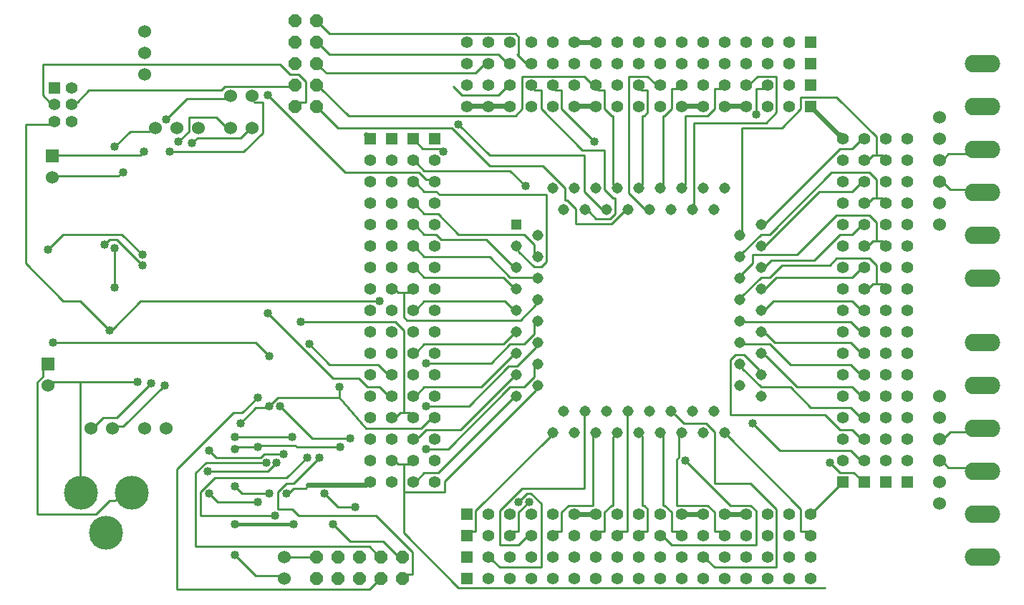
<source format=gbl>
G75*
G70*
%OFA0B0*%
%FSLAX24Y24*%
%IPPOS*%
%LPD*%
%AMOC8*
5,1,8,0,0,1.08239X$1,22.5*
%
%ADD10R,0.0515X0.0515*%
%ADD11C,0.0515*%
%ADD12R,0.0554X0.0554*%
%ADD13C,0.0554*%
%ADD14C,0.1580*%
%ADD15C,0.0600*%
%ADD16O,0.1650X0.0825*%
%ADD17R,0.0600X0.0600*%
%ADD18OC8,0.0600*%
%ADD19C,0.0100*%
%ADD20C,0.0400*%
%ADD21C,0.0240*%
%ADD22C,0.0160*%
D10*
X024314Y019333D03*
D11*
X025314Y018833D03*
X024314Y018333D03*
X025314Y017833D03*
X024314Y017333D03*
X025314Y016833D03*
X024314Y016333D03*
X025314Y015833D03*
X024314Y015333D03*
X025314Y014833D03*
X024314Y014333D03*
X025314Y013833D03*
X024314Y013333D03*
X025314Y012833D03*
X024314Y012333D03*
X025314Y011833D03*
X024314Y011333D03*
X026514Y010633D03*
X027514Y010633D03*
X028514Y010633D03*
X029514Y010633D03*
X030514Y010633D03*
X031514Y010633D03*
X032514Y010633D03*
X033514Y010633D03*
X033014Y009633D03*
X032014Y009633D03*
X031014Y009633D03*
X030014Y009633D03*
X029014Y009633D03*
X028014Y009633D03*
X027014Y009633D03*
X026014Y009633D03*
X034014Y009633D03*
X035714Y011333D03*
X034714Y011833D03*
X035714Y012333D03*
X034714Y012833D03*
X035714Y013333D03*
X034714Y013833D03*
X035714Y014333D03*
X034714Y014833D03*
X035714Y015333D03*
X034714Y015833D03*
X035714Y016333D03*
X034714Y016833D03*
X035714Y017333D03*
X034714Y017833D03*
X035714Y018333D03*
X034714Y018833D03*
X035714Y019333D03*
X033514Y020033D03*
X032514Y020033D03*
X031514Y020033D03*
X030514Y020033D03*
X029514Y020033D03*
X028514Y020033D03*
X027514Y020033D03*
X026514Y020033D03*
X026014Y021033D03*
X027014Y021033D03*
X028014Y021033D03*
X029014Y021033D03*
X030014Y021033D03*
X031014Y021033D03*
X032014Y021033D03*
X033014Y021033D03*
X034014Y021033D03*
D12*
X038014Y024833D03*
X038014Y025833D03*
X038014Y026833D03*
X038014Y027833D03*
X020514Y023333D03*
X019514Y023333D03*
X018514Y023333D03*
X017514Y023333D03*
X002820Y025720D03*
X022014Y005833D03*
X022014Y004833D03*
X022014Y003833D03*
X022014Y002833D03*
X039514Y007333D03*
X040514Y007333D03*
X041514Y007333D03*
X042514Y007333D03*
D13*
X042514Y008333D03*
X041514Y008333D03*
X040514Y008333D03*
X039514Y008333D03*
X039514Y009333D03*
X040514Y009333D03*
X041514Y009333D03*
X042514Y009333D03*
X042514Y010333D03*
X041514Y010333D03*
X040514Y010333D03*
X039514Y010333D03*
X039514Y011333D03*
X040514Y011333D03*
X041514Y011333D03*
X042514Y011333D03*
X042514Y012333D03*
X041514Y012333D03*
X040514Y012333D03*
X039514Y012333D03*
X039514Y013333D03*
X040514Y013333D03*
X041514Y013333D03*
X042514Y013333D03*
X042514Y014333D03*
X041514Y014333D03*
X040514Y014333D03*
X039514Y014333D03*
X039514Y015333D03*
X040514Y015333D03*
X041514Y015333D03*
X042514Y015333D03*
X042514Y016333D03*
X041514Y016333D03*
X040514Y016333D03*
X039514Y016333D03*
X039514Y017333D03*
X040514Y017333D03*
X041514Y017333D03*
X042514Y017333D03*
X042514Y018333D03*
X041514Y018333D03*
X040514Y018333D03*
X039514Y018333D03*
X039514Y019333D03*
X040514Y019333D03*
X041514Y019333D03*
X042514Y019333D03*
X042514Y020333D03*
X041514Y020333D03*
X040514Y020333D03*
X039514Y020333D03*
X039514Y021333D03*
X040514Y021333D03*
X041514Y021333D03*
X042514Y021333D03*
X042514Y022333D03*
X041514Y022333D03*
X040514Y022333D03*
X039514Y022333D03*
X039514Y023333D03*
X040514Y023333D03*
X041514Y023333D03*
X042514Y023333D03*
X037014Y024833D03*
X036014Y024833D03*
X035014Y024833D03*
X034014Y024833D03*
X033014Y024833D03*
X032014Y024833D03*
X031014Y024833D03*
X030014Y024833D03*
X029014Y024833D03*
X028014Y024833D03*
X027014Y024833D03*
X026014Y024833D03*
X025014Y024833D03*
X024014Y024833D03*
X023014Y024833D03*
X022014Y024833D03*
X022014Y025833D03*
X023014Y025833D03*
X024014Y025833D03*
X025014Y025833D03*
X026014Y025833D03*
X027014Y025833D03*
X028014Y025833D03*
X029014Y025833D03*
X030014Y025833D03*
X031014Y025833D03*
X032014Y025833D03*
X033014Y025833D03*
X034014Y025833D03*
X035014Y025833D03*
X036014Y025833D03*
X037014Y025833D03*
X037014Y026833D03*
X036014Y026833D03*
X035014Y026833D03*
X034014Y026833D03*
X033014Y026833D03*
X032014Y026833D03*
X031014Y026833D03*
X030014Y026833D03*
X029014Y026833D03*
X028014Y026833D03*
X027014Y026833D03*
X026014Y026833D03*
X025014Y026833D03*
X024014Y026833D03*
X023014Y026833D03*
X022014Y026833D03*
X022014Y027833D03*
X023014Y027833D03*
X024014Y027833D03*
X025014Y027833D03*
X026014Y027833D03*
X027014Y027833D03*
X028014Y027833D03*
X029014Y027833D03*
X030014Y027833D03*
X031014Y027833D03*
X032014Y027833D03*
X033014Y027833D03*
X034014Y027833D03*
X035014Y027833D03*
X036014Y027833D03*
X037014Y027833D03*
X020514Y022333D03*
X019514Y022333D03*
X018514Y022333D03*
X017514Y022333D03*
X017514Y021333D03*
X018514Y021333D03*
X019514Y021333D03*
X020514Y021333D03*
X020514Y020333D03*
X019514Y020333D03*
X018514Y020333D03*
X017514Y020333D03*
X017514Y019333D03*
X018514Y019333D03*
X019514Y019333D03*
X020514Y019333D03*
X020514Y018333D03*
X019514Y018333D03*
X018514Y018333D03*
X017514Y018333D03*
X017514Y017333D03*
X018514Y017333D03*
X019514Y017333D03*
X020514Y017333D03*
X020514Y016333D03*
X019514Y016333D03*
X018514Y016333D03*
X017514Y016333D03*
X017514Y015333D03*
X018514Y015333D03*
X019514Y015333D03*
X020514Y015333D03*
X020514Y014333D03*
X019514Y014333D03*
X018514Y014333D03*
X017514Y014333D03*
X017514Y013333D03*
X018514Y013333D03*
X019514Y013333D03*
X020514Y013333D03*
X020514Y012333D03*
X019514Y012333D03*
X018514Y012333D03*
X017514Y012333D03*
X017514Y011333D03*
X018514Y011333D03*
X019514Y011333D03*
X020514Y011333D03*
X020514Y010333D03*
X019514Y010333D03*
X018514Y010333D03*
X017514Y010333D03*
X017514Y009333D03*
X018514Y009333D03*
X019514Y009333D03*
X020514Y009333D03*
X020514Y008333D03*
X019514Y008333D03*
X018514Y008333D03*
X017514Y008333D03*
X017514Y007333D03*
X018514Y007333D03*
X019514Y007333D03*
X020514Y007333D03*
X023014Y005833D03*
X024014Y005833D03*
X025014Y005833D03*
X026014Y005833D03*
X027014Y005833D03*
X028014Y005833D03*
X029014Y005833D03*
X030014Y005833D03*
X031014Y005833D03*
X032014Y005833D03*
X033014Y005833D03*
X034014Y005833D03*
X035014Y005833D03*
X036014Y005833D03*
X037014Y005833D03*
X038014Y005833D03*
X038014Y004833D03*
X037014Y004833D03*
X036014Y004833D03*
X035014Y004833D03*
X034014Y004833D03*
X033014Y004833D03*
X032014Y004833D03*
X031014Y004833D03*
X030014Y004833D03*
X029014Y004833D03*
X028014Y004833D03*
X027014Y004833D03*
X026014Y004833D03*
X025014Y004833D03*
X024014Y004833D03*
X023014Y004833D03*
X023014Y003833D03*
X024014Y003833D03*
X025014Y003833D03*
X026014Y003833D03*
X027014Y003833D03*
X028014Y003833D03*
X029014Y003833D03*
X030014Y003833D03*
X031014Y003833D03*
X032014Y003833D03*
X033014Y003833D03*
X034014Y003833D03*
X035014Y003833D03*
X036014Y003833D03*
X037014Y003833D03*
X038014Y003833D03*
X038014Y002833D03*
X037014Y002833D03*
X036014Y002833D03*
X035014Y002833D03*
X034014Y002833D03*
X033014Y002833D03*
X032014Y002833D03*
X031014Y002833D03*
X030014Y002833D03*
X029014Y002833D03*
X028014Y002833D03*
X027014Y002833D03*
X026014Y002833D03*
X025014Y002833D03*
X024014Y002833D03*
X023014Y002833D03*
X003608Y024145D03*
X002820Y024145D03*
X002820Y024933D03*
X003608Y024933D03*
X003608Y025720D03*
D14*
X005227Y004982D03*
X006408Y006833D03*
X004046Y006833D03*
D15*
X004514Y009833D03*
X005514Y009833D03*
X007014Y009833D03*
X008014Y009833D03*
X002514Y011833D03*
X013514Y003833D03*
X013514Y002833D03*
X002714Y021533D03*
X007514Y023833D03*
X008514Y023833D03*
X009514Y023833D03*
X011014Y023833D03*
X012014Y023833D03*
X012014Y025333D03*
X011014Y025333D03*
X007014Y026333D03*
X007014Y027333D03*
X007014Y028333D03*
X044014Y024333D03*
X044014Y023333D03*
X044014Y022333D03*
X044014Y021333D03*
X044014Y020333D03*
X044014Y019333D03*
X044014Y011333D03*
X044014Y010333D03*
X044014Y009333D03*
X044014Y008333D03*
X044014Y007333D03*
X044014Y006333D03*
D16*
X046014Y005833D03*
X046014Y007833D03*
X046014Y009833D03*
X046014Y011833D03*
X046014Y013833D03*
X046014Y016833D03*
X046014Y018833D03*
X046014Y020833D03*
X046014Y022833D03*
X046014Y024833D03*
X046014Y026833D03*
X046014Y003833D03*
D17*
X002714Y022533D03*
X002514Y012833D03*
D18*
X015014Y003833D03*
X016014Y003833D03*
X017014Y003833D03*
X018014Y003833D03*
X019014Y003833D03*
X019014Y002833D03*
X018014Y002833D03*
X017014Y002833D03*
X016014Y002833D03*
X015014Y002833D03*
X015014Y024833D03*
X014014Y024833D03*
X014014Y025833D03*
X015014Y025833D03*
X015014Y026833D03*
X014014Y026833D03*
X014014Y027833D03*
X015014Y027833D03*
X015014Y028833D03*
X014014Y028833D03*
D19*
X015014Y028833D02*
X015234Y028653D01*
X015634Y028253D01*
X024274Y028253D01*
X024434Y028093D01*
X024434Y027293D01*
X024354Y027293D01*
X024754Y026893D01*
X025014Y026833D01*
X024594Y026253D02*
X027474Y026253D01*
X027794Y025933D01*
X028014Y025833D01*
X028114Y025613D01*
X028434Y025613D01*
X028434Y024733D01*
X028754Y024413D01*
X028834Y024413D01*
X028834Y021213D01*
X029014Y021033D01*
X028834Y020573D02*
X028434Y020973D01*
X028434Y022813D01*
X027394Y022813D01*
X025474Y024733D01*
X025474Y025613D01*
X025154Y025613D01*
X025014Y025833D01*
X024594Y026253D02*
X024594Y024733D01*
X024274Y024413D01*
X016514Y024413D01*
X015234Y025693D01*
X015014Y025833D01*
X014514Y026013D02*
X014194Y026333D01*
X013794Y026333D01*
X013314Y026813D01*
X002274Y026813D01*
X002274Y025373D01*
X002594Y025053D01*
X002820Y024933D01*
X003608Y024933D02*
X003874Y025053D01*
X004434Y025613D01*
X010594Y025613D01*
X010754Y025773D01*
X013794Y025773D01*
X014014Y025833D01*
X014514Y026013D02*
X014514Y025053D01*
X014194Y025053D01*
X014014Y024833D01*
X015014Y024833D02*
X015234Y024653D01*
X016034Y023853D01*
X021314Y023853D01*
X023074Y022093D01*
X025554Y022093D01*
X026594Y021053D01*
X026594Y020493D01*
X026674Y020493D01*
X027074Y020093D01*
X027074Y019373D01*
X028754Y019373D01*
X029314Y019933D01*
X029514Y020033D01*
X028914Y019853D02*
X028914Y020573D01*
X028834Y020573D01*
X028514Y020033D02*
X028274Y020093D01*
X027474Y020893D01*
X027474Y022573D01*
X023074Y022573D01*
X021634Y024013D01*
X021794Y025373D02*
X023474Y025373D01*
X023794Y025693D01*
X024014Y025833D01*
X024014Y026833D02*
X023794Y026973D01*
X023474Y027293D01*
X015634Y027293D01*
X015234Y027693D01*
X015014Y027833D01*
X015014Y026833D02*
X015234Y026653D01*
X015474Y026413D01*
X022434Y026413D01*
X022754Y026733D01*
X023014Y026833D01*
X021794Y025373D02*
X021394Y025773D01*
X019514Y023333D02*
X019954Y022893D01*
X020754Y022893D01*
X020914Y022733D01*
X020034Y021853D02*
X019714Y022173D01*
X019514Y022333D01*
X019794Y021773D02*
X020114Y021453D01*
X020274Y021453D01*
X020514Y021333D01*
X020594Y020893D02*
X020034Y020893D01*
X019714Y021213D01*
X019514Y021333D01*
X019794Y021773D02*
X016354Y021773D01*
X012754Y025373D01*
X012514Y025053D02*
X012114Y025053D01*
X012014Y025333D01*
X012514Y025053D02*
X012514Y023613D01*
X011634Y022733D01*
X008194Y022733D01*
X008594Y023213D02*
X009074Y023693D01*
X009074Y024333D01*
X010354Y024333D01*
X010754Y023933D01*
X011014Y023833D01*
X011474Y023373D02*
X011794Y023693D01*
X012014Y023833D01*
X011474Y023373D02*
X009474Y023373D01*
X009234Y023133D01*
X008034Y024253D02*
X008994Y025213D01*
X010754Y025213D01*
X011014Y025333D01*
X007514Y023833D02*
X007234Y023693D01*
X006354Y023693D01*
X005634Y022973D01*
X006834Y022573D02*
X002994Y022573D01*
X002714Y022533D01*
X002994Y021613D02*
X002714Y021533D01*
X002994Y021613D02*
X005794Y021613D01*
X005874Y021693D01*
X006034Y021773D01*
X005954Y021693D01*
X006834Y022573D02*
X006994Y022733D01*
X002820Y024145D02*
X002594Y024013D01*
X001474Y024013D01*
X001474Y017533D01*
X003234Y015773D01*
X004034Y015773D01*
X005394Y014413D01*
X005554Y014493D01*
X006834Y015773D01*
X017954Y015773D01*
X018514Y016333D02*
X018754Y016253D01*
X018834Y016173D01*
X019074Y016173D01*
X019314Y016173D01*
X019514Y016333D01*
X019074Y016173D02*
X019074Y015053D01*
X019234Y014893D01*
X024514Y014893D01*
X025234Y015613D01*
X025314Y015833D01*
X024314Y016333D02*
X024114Y016493D01*
X023714Y016893D01*
X020034Y016893D01*
X019714Y017213D01*
X019514Y017333D01*
X020034Y017853D02*
X019714Y018173D01*
X019514Y018333D01*
X020034Y017853D02*
X023074Y017853D01*
X024034Y016893D01*
X025074Y016893D01*
X025314Y016833D01*
X025474Y017373D02*
X025154Y017373D01*
X024434Y018093D01*
X024314Y018333D01*
X024674Y018893D02*
X025154Y018413D01*
X025154Y018013D01*
X025314Y017833D01*
X025714Y017613D02*
X025714Y020733D01*
X020754Y020733D01*
X020594Y020893D01*
X019714Y020173D02*
X019514Y020333D01*
X019714Y020173D02*
X020034Y019853D01*
X020674Y019853D01*
X021634Y018893D01*
X024674Y018893D01*
X024114Y017453D02*
X022914Y018653D01*
X020834Y018653D01*
X020594Y018893D01*
X020034Y018893D01*
X019714Y019213D01*
X019514Y019333D01*
X020034Y021853D02*
X024034Y021853D01*
X024754Y021133D01*
X027514Y020033D02*
X027714Y019933D01*
X028034Y019613D01*
X028674Y019613D01*
X028914Y019853D01*
X029554Y020813D02*
X030274Y020093D01*
X030514Y020033D01*
X029554Y020813D02*
X029554Y026253D01*
X030434Y026253D01*
X030754Y025933D01*
X031014Y025833D01*
X031554Y025693D02*
X031794Y025693D01*
X032014Y025833D01*
X031554Y025693D02*
X031554Y024733D01*
X031234Y024413D01*
X031154Y024413D01*
X031154Y021213D01*
X031014Y021033D01*
X030194Y021213D02*
X030014Y021033D01*
X030194Y021213D02*
X030194Y024413D01*
X030274Y024413D01*
X030434Y024573D01*
X030434Y025613D01*
X030114Y025613D01*
X030014Y025833D01*
X032194Y024413D02*
X033234Y024413D01*
X033554Y024733D01*
X033554Y025693D01*
X033794Y025693D01*
X034014Y025833D01*
X035014Y025833D02*
X035234Y025933D01*
X035554Y026253D01*
X036434Y026253D01*
X036434Y024573D01*
X035954Y024093D01*
X032594Y024093D01*
X032594Y020253D01*
X032514Y020033D01*
X032014Y021033D02*
X032194Y021213D01*
X032194Y024413D01*
X034834Y023853D02*
X036674Y023853D01*
X037554Y024733D01*
X037554Y025293D01*
X039234Y025293D01*
X041074Y023453D01*
X041074Y022573D01*
X040914Y022573D01*
X040754Y022413D01*
X040514Y022333D01*
X041074Y022573D02*
X041394Y022573D01*
X041514Y022333D01*
X040754Y021773D02*
X041074Y021453D01*
X041074Y020573D01*
X040914Y020573D01*
X040754Y020413D01*
X040514Y020333D01*
X041074Y020573D02*
X041394Y020573D01*
X041514Y020333D01*
X040754Y019773D02*
X041074Y019453D01*
X041074Y018573D01*
X040914Y018573D01*
X040754Y018413D01*
X040514Y018333D01*
X041074Y018573D02*
X041394Y018573D01*
X041514Y018333D01*
X040754Y017773D02*
X041074Y017453D01*
X041074Y016573D01*
X040914Y016573D01*
X040754Y016413D01*
X040514Y016333D01*
X041074Y016573D02*
X041394Y016573D01*
X041514Y016333D01*
X040514Y017333D02*
X040274Y017213D01*
X039954Y016893D01*
X036434Y016893D01*
X035954Y016413D01*
X035714Y016333D01*
X035714Y016893D02*
X036114Y016893D01*
X036674Y017453D01*
X038914Y017453D01*
X039234Y017773D01*
X040754Y017773D01*
X039954Y018893D02*
X039394Y018893D01*
X038194Y017693D01*
X036194Y017693D01*
X035954Y017453D01*
X035714Y017333D01*
X035314Y017533D02*
X035314Y017933D01*
X037394Y017933D01*
X039234Y019773D01*
X040754Y019773D01*
X040514Y019333D02*
X040274Y019213D01*
X039954Y018893D01*
X039954Y020893D02*
X038434Y020893D01*
X035954Y018413D01*
X035714Y018333D01*
X035714Y018893D02*
X036114Y018893D01*
X038994Y021773D01*
X040754Y021773D01*
X040514Y021333D02*
X040274Y021213D01*
X039954Y020893D01*
X039954Y022893D02*
X039394Y022893D01*
X035954Y019453D01*
X035714Y019333D01*
X035714Y018893D02*
X034834Y018013D01*
X034714Y017833D01*
X035314Y017533D02*
X034834Y017053D01*
X034714Y016833D01*
X034834Y016013D02*
X034714Y015833D01*
X034834Y016013D02*
X035714Y016893D01*
X036274Y015773D02*
X039954Y015773D01*
X040274Y015453D01*
X040514Y015333D01*
X039874Y014813D02*
X040274Y014413D01*
X040514Y014333D01*
X039874Y014813D02*
X034914Y014813D01*
X034714Y014833D01*
X035714Y015333D02*
X035954Y015453D01*
X036274Y015773D01*
X035714Y014333D02*
X035954Y014253D01*
X036354Y013853D01*
X039874Y013853D01*
X040274Y013453D01*
X040514Y013333D01*
X039874Y012813D02*
X040274Y012413D01*
X040514Y012333D01*
X039954Y011773D02*
X040274Y011453D01*
X040514Y011333D01*
X039954Y011773D02*
X037394Y011773D01*
X035954Y013213D01*
X035714Y013333D01*
X036114Y013773D02*
X037074Y012813D01*
X039874Y012813D01*
X038034Y010813D02*
X037074Y011773D01*
X035714Y011773D01*
X034834Y012653D01*
X034714Y012833D01*
X034274Y013053D02*
X034274Y010493D01*
X038674Y010493D01*
X039394Y009773D01*
X039954Y009773D01*
X040274Y009453D01*
X040514Y009333D01*
X039874Y008813D02*
X040274Y008413D01*
X040514Y008333D01*
X040034Y007773D02*
X040274Y007533D01*
X040514Y007333D01*
X040034Y007773D02*
X039394Y007773D01*
X038914Y008253D01*
X039874Y008813D02*
X036594Y008813D01*
X035314Y010093D01*
X034014Y009633D02*
X037554Y006093D01*
X037554Y005053D01*
X037874Y005053D01*
X038014Y004833D01*
X038014Y005833D02*
X039514Y007333D01*
X036434Y006093D02*
X036434Y003373D01*
X033554Y003373D01*
X033234Y003693D01*
X033014Y003833D01*
X032014Y004833D02*
X031874Y005053D01*
X031554Y005053D01*
X031554Y005933D01*
X031234Y006253D01*
X031154Y006253D01*
X031154Y009453D01*
X031014Y009633D01*
X031874Y009453D02*
X032014Y009633D01*
X031874Y009453D02*
X031874Y008493D01*
X031794Y008413D01*
X031794Y006253D01*
X033234Y006253D01*
X033554Y005933D01*
X033554Y005053D01*
X033874Y005053D01*
X034014Y004833D01*
X035474Y004413D02*
X031554Y004413D01*
X031234Y004733D01*
X031014Y004833D01*
X030434Y005053D02*
X030114Y005053D01*
X030014Y004833D01*
X030434Y005053D02*
X030434Y006093D01*
X030274Y006253D01*
X030194Y006253D01*
X030194Y009453D01*
X030014Y009633D01*
X029014Y009633D02*
X028834Y009453D01*
X028834Y006253D01*
X028754Y006253D01*
X028434Y005933D01*
X028434Y005053D01*
X028114Y005053D01*
X028014Y004833D01*
X029014Y004833D02*
X029154Y005053D01*
X029474Y005053D01*
X029474Y010413D01*
X029514Y010633D01*
X028014Y009633D02*
X027874Y009453D01*
X027874Y006253D01*
X026754Y006253D01*
X026434Y005933D01*
X026434Y005053D01*
X026114Y005053D01*
X026014Y004833D01*
X025014Y004833D02*
X024754Y004733D01*
X024434Y004413D01*
X023554Y004413D01*
X023554Y006013D01*
X024594Y007053D01*
X027474Y007053D01*
X027474Y010413D01*
X027514Y010633D01*
X026014Y009633D02*
X025874Y009453D01*
X022434Y006013D01*
X022434Y005053D01*
X022274Y005053D01*
X022014Y004833D01*
X023014Y003833D02*
X023234Y003693D01*
X023554Y003373D01*
X025474Y003373D01*
X025474Y006333D01*
X024994Y006813D01*
X024834Y006813D01*
X024434Y006413D01*
X024434Y005933D02*
X024914Y006413D01*
X024434Y005933D02*
X024434Y005053D01*
X024114Y005053D01*
X024014Y004833D01*
X020994Y006893D02*
X019074Y006893D01*
X019074Y008173D01*
X018834Y008173D01*
X018754Y008253D01*
X018514Y008333D01*
X019074Y008173D02*
X019314Y008173D01*
X019514Y008333D01*
X020034Y007773D02*
X019714Y007453D01*
X019514Y007333D01*
X020034Y007773D02*
X020674Y007773D01*
X024114Y011213D01*
X024314Y011333D01*
X024034Y011773D02*
X021154Y008893D01*
X020114Y008893D01*
X019714Y009453D02*
X019514Y009333D01*
X019714Y009453D02*
X019794Y009453D01*
X020114Y009773D01*
X021714Y009773D01*
X024114Y012173D01*
X024314Y012333D01*
X024354Y012733D02*
X023954Y012733D01*
X022114Y010893D01*
X020114Y010893D01*
X019394Y010573D02*
X019514Y010333D01*
X019394Y010573D02*
X019074Y010573D01*
X018914Y010573D01*
X018754Y010413D01*
X018514Y010333D01*
X019074Y010573D02*
X019074Y014413D01*
X018674Y014813D01*
X014274Y014813D01*
X012754Y015213D02*
X015794Y012173D01*
X016994Y012173D01*
X017394Y011773D01*
X017954Y011773D01*
X018274Y011453D01*
X018514Y011333D01*
X019514Y011333D02*
X019714Y011453D01*
X020034Y011773D01*
X022674Y011773D01*
X024114Y013213D01*
X024314Y013333D01*
X024034Y013773D02*
X023154Y012893D01*
X020114Y012893D01*
X019714Y013453D02*
X019514Y013333D01*
X019714Y013453D02*
X020034Y013773D01*
X023714Y013773D01*
X024114Y014173D01*
X024314Y014333D01*
X024674Y013773D02*
X025154Y014253D01*
X025154Y014653D01*
X025314Y014833D01*
X024314Y015333D02*
X024114Y015453D01*
X023794Y015773D01*
X020034Y015773D01*
X019714Y015453D01*
X019514Y015333D01*
X017874Y012813D02*
X015634Y012813D01*
X014674Y013773D01*
X012834Y013213D02*
X012194Y013853D01*
X002754Y013853D01*
X002514Y012833D02*
X002274Y012573D01*
X002274Y012253D01*
X002034Y012013D01*
X002034Y005853D01*
X004754Y005853D01*
X005394Y006493D01*
X005634Y006493D01*
X006408Y006833D01*
X008514Y007933D02*
X008514Y002333D01*
X017474Y002333D01*
X017794Y002653D01*
X018014Y002833D01*
X019014Y002833D02*
X019154Y003053D01*
X019474Y003053D01*
X019474Y004093D01*
X017794Y005773D01*
X014194Y005773D01*
X013874Y006093D01*
X013234Y006093D01*
X013234Y006893D01*
X013634Y007293D01*
X013954Y007293D01*
X015154Y008493D01*
X014594Y008493D02*
X013634Y007533D01*
X010274Y007533D01*
X009634Y006893D01*
X009634Y005773D01*
X013074Y005773D01*
X012274Y006413D02*
X010434Y006413D01*
X010034Y006813D01*
X009394Y007773D02*
X009394Y004333D01*
X017474Y004333D01*
X017794Y004013D01*
X018014Y003833D01*
X018114Y004573D02*
X018754Y003933D01*
X019014Y003833D01*
X018114Y004573D02*
X016594Y004573D01*
X015794Y005373D01*
X016034Y006173D02*
X016834Y006173D01*
X016034Y006173D02*
X015394Y006813D01*
X014634Y007213D02*
X014594Y007133D01*
X014514Y007053D01*
X013954Y007053D01*
X013794Y006893D01*
X013634Y006813D01*
X012834Y006813D02*
X011554Y006813D01*
X011234Y007133D01*
X009954Y007853D02*
X012754Y007853D01*
X013154Y008253D01*
X012674Y008253D02*
X009874Y008253D01*
X009394Y007773D01*
X008514Y007933D02*
X011154Y010573D01*
X011554Y010573D01*
X012274Y011293D01*
X012194Y010813D02*
X012674Y010813D01*
X012834Y010893D01*
X013234Y011293D01*
X016074Y011293D01*
X017314Y009853D01*
X019874Y009853D01*
X020274Y010253D01*
X020514Y010333D01*
X018514Y012333D02*
X018274Y012413D01*
X017874Y012813D01*
X016094Y011773D02*
X016094Y011293D01*
X016074Y011293D01*
X014834Y009373D02*
X013314Y010893D01*
X012194Y010813D02*
X011474Y010093D01*
X011234Y009453D02*
X013874Y009453D01*
X014034Y009053D02*
X014114Y008973D01*
X016114Y008973D01*
X016594Y009373D02*
X014834Y009373D01*
X014034Y009053D02*
X012434Y009053D01*
X012274Y008973D01*
X011314Y008973D01*
X011234Y008893D01*
X010354Y008493D02*
X012434Y008493D01*
X012594Y008653D01*
X013474Y008653D01*
X010354Y008493D02*
X010034Y008813D01*
X007954Y011853D02*
X006034Y009933D01*
X005794Y009933D01*
X005514Y009833D01*
X005714Y010333D02*
X005074Y010333D01*
X004754Y010013D01*
X004514Y009833D01*
X005714Y010333D02*
X007314Y011933D01*
X006674Y012013D02*
X004034Y012013D01*
X004034Y007613D01*
X004046Y006833D01*
X011234Y003933D02*
X012194Y002973D01*
X013234Y002973D01*
X013514Y002833D01*
X013514Y003833D02*
X013794Y003853D01*
X014754Y003853D01*
X015014Y003833D01*
X019074Y004973D02*
X019074Y006893D01*
X017514Y007333D02*
X017314Y007213D01*
X019074Y004973D02*
X021634Y002413D01*
X038674Y002413D01*
X035474Y004413D02*
X035474Y006013D01*
X035234Y006253D01*
X034274Y006253D01*
X032194Y008333D01*
X033554Y007293D02*
X035234Y007293D01*
X036434Y006093D01*
X033554Y007293D02*
X033554Y009693D01*
X033154Y010093D01*
X032114Y010093D01*
X031714Y010493D01*
X031514Y010633D01*
X034274Y013053D02*
X034514Y013293D01*
X034914Y013293D01*
X035634Y012573D01*
X035714Y012333D01*
X036114Y013773D02*
X034914Y013773D01*
X034714Y013833D01*
X038034Y010813D02*
X039874Y010813D01*
X040274Y010413D01*
X040514Y010333D01*
X044014Y009333D02*
X044274Y009453D01*
X044514Y009693D01*
X045234Y009693D01*
X046014Y009833D01*
X044274Y008173D02*
X044014Y008333D01*
X044274Y008173D02*
X044434Y008013D01*
X045234Y008013D01*
X046014Y007833D01*
X034714Y018833D02*
X034834Y019053D01*
X034834Y023853D01*
X035474Y024493D02*
X035474Y025693D01*
X035794Y025693D01*
X036014Y025833D01*
X039314Y023533D02*
X039394Y023533D01*
X039954Y022893D02*
X040274Y023213D01*
X040514Y023333D01*
X044014Y022333D02*
X044274Y022493D01*
X044434Y022653D01*
X045234Y022653D01*
X046014Y022833D01*
X044274Y021213D02*
X044014Y021333D01*
X044274Y021213D02*
X044514Y020973D01*
X045234Y020973D01*
X046014Y020833D01*
X027954Y023213D02*
X026434Y024733D01*
X026434Y025613D01*
X026114Y025613D01*
X026014Y025833D01*
X025714Y017613D02*
X025474Y017373D01*
X024314Y017333D02*
X024114Y017453D01*
X025314Y013833D02*
X025234Y013613D01*
X024354Y012733D01*
X025154Y012653D02*
X025154Y012253D01*
X024674Y011773D01*
X024034Y011773D01*
X025234Y011613D02*
X025314Y011833D01*
X025234Y011613D02*
X020994Y007373D01*
X020994Y006893D01*
X025154Y012653D02*
X025314Y012833D01*
X024674Y013773D02*
X024034Y013773D01*
X006914Y017453D02*
X005714Y018653D01*
X005394Y018653D01*
X005154Y018413D01*
X005634Y018253D02*
X005634Y016413D01*
X006914Y017933D02*
X005954Y018893D01*
X003234Y018893D01*
X002514Y018173D01*
X002754Y012013D02*
X002514Y011833D01*
X002754Y012013D02*
X004034Y012013D01*
D20*
X002754Y013853D03*
X005394Y014413D03*
X005634Y016413D03*
X006914Y017453D03*
X006914Y017933D03*
X005634Y018253D03*
X005154Y018413D03*
X002514Y018173D03*
X006034Y021773D03*
X006994Y022733D03*
X005634Y022973D03*
X008034Y024253D03*
X008594Y023213D03*
X008194Y022733D03*
X009234Y023133D03*
X012754Y025373D03*
X020914Y022733D03*
X021634Y024013D03*
X024754Y021133D03*
X027954Y023213D03*
X035474Y024493D03*
X017954Y015773D03*
X014274Y014813D03*
X012754Y015213D03*
X014674Y013773D03*
X012834Y013213D03*
X016094Y011773D03*
X013314Y010893D03*
X012834Y010893D03*
X012274Y011293D03*
X011474Y010093D03*
X011234Y009453D03*
X011234Y008893D03*
X012274Y008973D03*
X012674Y008253D03*
X013154Y008253D03*
X013474Y008653D03*
X014594Y008493D03*
X015154Y008493D03*
X016114Y008973D03*
X016594Y009373D03*
X013874Y009453D03*
X011234Y007133D03*
X012274Y006413D03*
X012834Y006813D03*
X013634Y006813D03*
X013074Y005773D03*
X013954Y005373D03*
X015794Y005373D03*
X016834Y006173D03*
X015394Y006813D03*
X011234Y005373D03*
X010034Y006813D03*
X009954Y007853D03*
X010034Y008813D03*
X007954Y011853D03*
X007314Y011933D03*
X006674Y012013D03*
X011234Y003933D03*
X020114Y008893D03*
X020114Y010893D03*
X020114Y012893D03*
X024434Y006413D03*
X024914Y006413D03*
X032194Y008333D03*
X035314Y010093D03*
X038914Y008253D03*
D21*
X035014Y005833D02*
X034754Y005853D01*
X034274Y005853D01*
X034014Y005833D01*
X033014Y005833D02*
X032754Y005853D01*
X032274Y005853D01*
X032014Y005833D01*
X028014Y005833D02*
X027794Y005853D01*
X027234Y005853D01*
X027014Y005833D01*
X017314Y007213D02*
X014634Y007213D01*
X017514Y023333D02*
X017314Y023533D01*
X022014Y024833D02*
X022274Y024893D01*
X022754Y024893D01*
X023014Y024833D01*
X023234Y024893D01*
X023794Y024893D01*
X024014Y024833D01*
X027014Y024833D02*
X027234Y024893D01*
X027794Y024893D01*
X028014Y024833D01*
X032014Y024833D02*
X032274Y024893D01*
X032754Y024893D01*
X033014Y024833D01*
X034014Y024833D02*
X034274Y024893D01*
X034754Y024893D01*
X035014Y024833D01*
X038014Y024833D02*
X039314Y023533D01*
X039394Y023533D02*
X039514Y023333D01*
X028014Y027833D02*
X027794Y027853D01*
X027234Y027853D01*
X027014Y027833D01*
D22*
X013954Y005373D02*
X011234Y005373D01*
M02*

</source>
